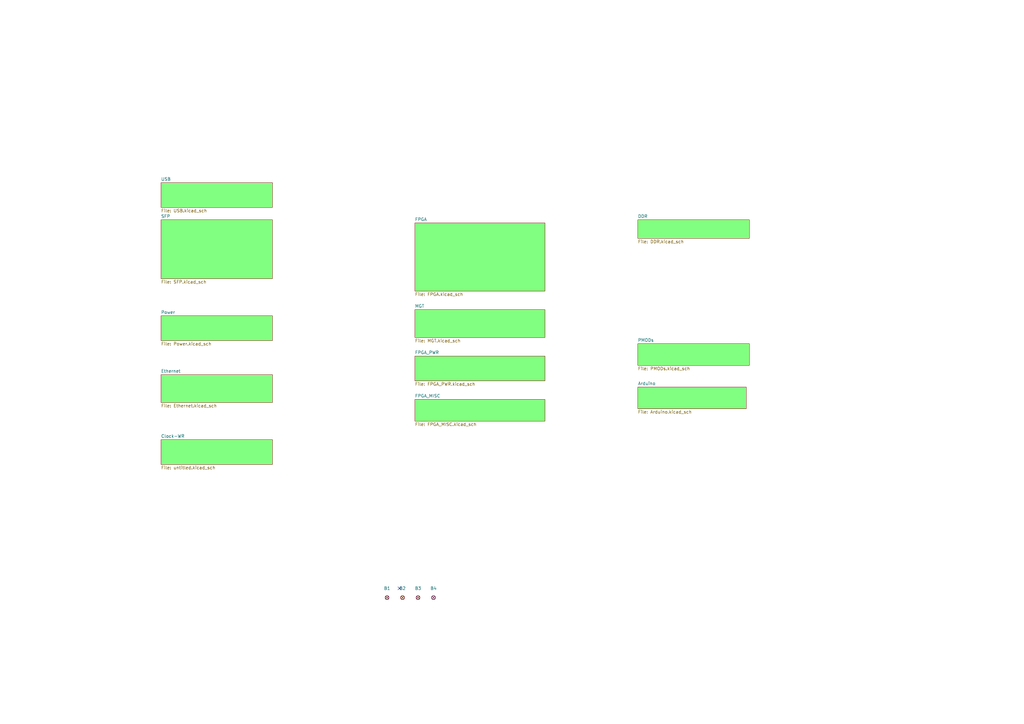
<source format=kicad_sch>
(kicad_sch (version 20250114) (generator "eeschema") (generator_version "9.0")
  (paper "A3")
  (title_block (date "2025-04-18") (rev "${rev}") (company "${name}") (comment 1 "${author}"))
  (lib_symbols
    (symbol "Pads:PLATED_HOLE3.2_PAD5.5" (pin_names (offset 1.27))
      (property "Reference" "B" (at -1.27 0 0))
      (symbol "PLATED_HOLE3.2_PAD5.5_0_1"
        (circle (center 0 0) (radius 0.762) (stroke (width 0.254)) (fill (type background)))
        (pin bidirectional line (at 0 0 180) (length 0) (name "1") (number "1"))
      )
    )
  )
  (no_connect (at 158.75 245.11))
  (no_connect (at 165.1 245.11))
  (no_connect (at 163.83 241.3))
  (no_connect (at 177.8 245.11))
  (no_connect (at 171.45 245.11))
  (symbol (lib_id "Pads:PLATED_HOLE3.2_PAD5.5") (at 177.8 245.11 0) (unit 1)
    (property "Reference" "B4" (at 177.8 241.3 0))
    (property "Value" "PLATED_HOLE3.2_PAD5.5" (effects (hide yes)))
    (property "Footprint" "Pads:MTG320_550" (effects (hide yes)))
    (property "Datasheet" "Undefined" (effects (hide yes)))
    (property "Description" "Plated Through Hole: Hole Dia.=3.2mm Pad Dia.=5.5mm" (effects (hide yes)))
    (property "Family" "Plated Hole" (effects (hide yes)))
    (property "Part Number" "PLATED_HOLE3.2_PAD5.5" (effects (hide yes)))
    (property "Library Ref" "Single Terminal Socket" (effects (hide yes)))
    (property "Library Path" "SchLib\\Pads.SchLib" (effects (hide yes)))
    (property "Comment" " " (effects (hide yes)))
    (property "Component Kind" "Standard (No BOM)" (effects (hide yes)))
    (property "Component Type" "Standard (No BOM)" (effects (hide yes)))
    (property "Pin Count" "1" (effects (hide yes)))
    (property "Case" " " (effects (hide yes)))
    (property "Footprint Path" "PcbLib\\Pads.PcbLib" (effects (hide yes)))
    (property "Footprint Ref" "MTG320_550" (effects (hide yes)))
    (property "Mounted" "No" (effects (hide yes)))
    (property "Socket" "No" (effects (hide yes)))
    (property "SMD" "No" (effects (hide yes)))
    (property "Sense" "No" (effects (hide yes)))
    (property "Sense Comment" " " (effects (hide yes)))
    (property "Status" "None" (effects (hide yes)))
    (property "Status Comment" " " (effects (hide yes)))
    (property "SCEM" " " (effects (hide yes)))
    (property "Part Description" "Plated Through Hole: Hole Dia.=3.2mm Pad Dia.=5.5mm" (effects (hide yes)))
    (property "Manufacturer" " " (effects (hide yes)))
    (property "Manufacturer Part Number" " " (effects (hide yes)))
    (property "ComponentHeight" "0mm" (effects (hide yes)))
    (property "Manufacturer1 Example" " " (effects (hide yes)))
    (property "Manufacturer1 Part Number" " " (effects (hide yes)))
    (property "Manufacturer1 ComponentHeight" " " (effects (hide yes)))
    (property "HelpURL" "Undefined" (effects (hide yes)))
    (property "ComponentLink1URL" " " (effects (hide yes)))
    (property "ComponentLink1Description" " " (effects (hide yes)))
    (property "ComponentLink2URL" " " (effects (hide yes)))
    (property "ComponentLink2Description" " " (effects (hide yes)))
    (property "Author" "CERN DEM JMW" (effects (hide yes)))
    (property "CreateDate" "10/01/12 00:00:00" (effects (hide yes)))
    (property "LatestRevisionDate" "10/01/12 00:00:00" (effects (hide yes)))
    (property "PackageDescription" "Plated Through Hole: Hole Dia.=3.2mm Pad Dia.=5.5mm" (effects (hide yes)))
    (property "Database Table Name" "Eletro-mechanical" (effects (hide yes)))
    (property "Library Name" "Pads" (effects (hide yes)))
    (property "Footprint Library" "Pads" (effects (hide yes)))
    (property "License" "CC-BY-SA 4.0" (effects (hide yes)))
  )
  (symbol (lib_id "Pads:PLATED_HOLE3.2_PAD5.5") (at 158.75 245.11 0) (unit 1)
    (property "Reference" "B1" (at 158.75 241.3 0))
    (property "Value" "PLATED_HOLE3.2_PAD5.5" (effects (hide yes)))
    (property "Footprint" "Pads:MTG320_550" (effects (hide yes)))
    (property "Datasheet" "Undefined" (effects (hide yes)))
    (property "Description" "Plated Through Hole: Hole Dia.=3.2mm Pad Dia.=5.5mm" (effects (hide yes)))
    (property "Family" "Plated Hole" (effects (hide yes)))
    (property "Part Number" "PLATED_HOLE3.2_PAD5.5" (effects (hide yes)))
    (property "Library Ref" "Single Terminal Socket" (effects (hide yes)))
    (property "Library Path" "SchLib\\Pads.SchLib" (effects (hide yes)))
    (property "Comment" " " (effects (hide yes)))
    (property "Component Kind" "Standard (No BOM)" (effects (hide yes)))
    (property "Component Type" "Standard (No BOM)" (effects (hide yes)))
    (property "Pin Count" "1" (effects (hide yes)))
    (property "Case" " " (effects (hide yes)))
    (property "Footprint Path" "PcbLib\\Pads.PcbLib" (effects (hide yes)))
    (property "Footprint Ref" "MTG320_550" (effects (hide yes)))
    (property "Mounted" "No" (effects (hide yes)))
    (property "Socket" "No" (effects (hide yes)))
    (property "SMD" "No" (effects (hide yes)))
    (property "Sense" "No" (effects (hide yes)))
    (property "Sense Comment" " " (effects (hide yes)))
    (property "Status" "None" (effects (hide yes)))
    (property "Status Comment" " " (effects (hide yes)))
    (property "SCEM" " " (effects (hide yes)))
    (property "Part Description" "Plated Through Hole: Hole Dia.=3.2mm Pad Dia.=5.5mm" (effects (hide yes)))
    (property "Manufacturer" " " (effects (hide yes)))
    (property "Manufacturer Part Number" " " (effects (hide yes)))
    (property "ComponentHeight" "0mm" (effects (hide yes)))
    (property "Manufacturer1 Example" " " (effects (hide yes)))
    (property "Manufacturer1 Part Number" " " (effects (hide yes)))
    (property "Manufacturer1 ComponentHeight" " " (effects (hide yes)))
    (property "HelpURL" "Undefined" (effects (hide yes)))
    (property "ComponentLink1URL" " " (effects (hide yes)))
    (property "ComponentLink1Description" " " (effects (hide yes)))
    (property "ComponentLink2URL" " " (effects (hide yes)))
    (property "ComponentLink2Description" " " (effects (hide yes)))
    (property "Author" "CERN DEM JMW" (effects (hide yes)))
    (property "CreateDate" "10/01/12 00:00:00" (effects (hide yes)))
    (property "LatestRevisionDate" "10/01/12 00:00:00" (effects (hide yes)))
    (property "PackageDescription" "Plated Through Hole: Hole Dia.=3.2mm Pad Dia.=5.5mm" (effects (hide yes)))
    (property "Database Table Name" "Eletro-mechanical" (effects (hide yes)))
    (property "Library Name" "Pads" (effects (hide yes)))
    (property "Footprint Library" "Pads" (effects (hide yes)))
    (property "License" "CC-BY-SA 4.0" (effects (hide yes)))
  )
  (symbol (lib_id "Pads:PLATED_HOLE3.2_PAD5.5") (at 165.1 245.11 0) (unit 1)
    (property "Reference" "B2" (at 165.1 241.3 0))
    (property "Value" "PLATED_HOLE3.2_PAD5.5" (effects (hide yes)))
    (property "Footprint" "Pads:MTG320_550" (effects (hide yes)))
    (property "Datasheet" "Undefined" (effects (hide yes)))
    (property "Description" "Plated Through Hole: Hole Dia.=3.2mm Pad Dia.=5.5mm" (effects (hide yes)))
    (property "Family" "Plated Hole" (effects (hide yes)))
    (property "Part Number" "PLATED_HOLE3.2_PAD5.5" (effects (hide yes)))
    (property "Library Ref" "Single Terminal Socket" (effects (hide yes)))
    (property "Library Path" "SchLib\\Pads.SchLib" (effects (hide yes)))
    (property "Comment" " " (effects (hide yes)))
    (property "Component Kind" "Standard (No BOM)" (effects (hide yes)))
    (property "Component Type" "Standard (No BOM)" (effects (hide yes)))
    (property "Pin Count" "1" (effects (hide yes)))
    (property "Case" " " (effects (hide yes)))
    (property "Footprint Path" "PcbLib\\Pads.PcbLib" (effects (hide yes)))
    (property "Footprint Ref" "MTG320_550" (effects (hide yes)))
    (property "Mounted" "No" (effects (hide yes)))
    (property "Socket" "No" (effects (hide yes)))
    (property "SMD" "No" (effects (hide yes)))
    (property "Sense" "No" (effects (hide yes)))
    (property "Sense Comment" " " (effects (hide yes)))
    (property "Status" "None" (effects (hide yes)))
    (property "Status Comment" " " (effects (hide yes)))
    (property "SCEM" " " (effects (hide yes)))
    (property "Part Description" "Plated Through Hole: Hole Dia.=3.2mm Pad Dia.=5.5mm" (effects (hide yes)))
    (property "Manufacturer" " " (effects (hide yes)))
    (property "Manufacturer Part Number" " " (effects (hide yes)))
    (property "ComponentHeight" "0mm" (effects (hide yes)))
    (property "Manufacturer1 Example" " " (effects (hide yes)))
    (property "Manufacturer1 Part Number" " " (effects (hide yes)))
    (property "Manufacturer1 ComponentHeight" " " (effects (hide yes)))
    (property "HelpURL" "Undefined" (effects (hide yes)))
    (property "ComponentLink1URL" " " (effects (hide yes)))
    (property "ComponentLink1Description" " " (effects (hide yes)))
    (property "ComponentLink2URL" " " (effects (hide yes)))
    (property "ComponentLink2Description" " " (effects (hide yes)))
    (property "Author" "CERN DEM JMW" (effects (hide yes)))
    (property "CreateDate" "10/01/12 00:00:00" (effects (hide yes)))
    (property "LatestRevisionDate" "10/01/12 00:00:00" (effects (hide yes)))
    (property "PackageDescription" "Plated Through Hole: Hole Dia.=3.2mm Pad Dia.=5.5mm" (effects (hide yes)))
    (property "Database Table Name" "Eletro-mechanical" (effects (hide yes)))
    (property "Library Name" "Pads" (effects (hide yes)))
    (property "Footprint Library" "Pads" (effects (hide yes)))
    (property "License" "CC-BY-SA 4.0" (effects (hide yes)))
  )
  (symbol (lib_id "Pads:PLATED_HOLE3.2_PAD5.5") (at 171.45 245.11 0) (unit 1)
    (property "Reference" "B3" (at 171.45 241.3 0))
    (property "Value" "PLATED_HOLE3.2_PAD5.5" (effects (hide yes)))
    (property "Footprint" "Pads:MTG320_550" (effects (hide yes)))
    (property "Datasheet" "Undefined" (effects (hide yes)))
    (property "Description" "Plated Through Hole: Hole Dia.=3.2mm Pad Dia.=5.5mm" (effects (hide yes)))
    (property "Family" "Plated Hole" (effects (hide yes)))
    (property "Part Number" "PLATED_HOLE3.2_PAD5.5" (effects (hide yes)))
    (property "Library Ref" "Single Terminal Socket" (effects (hide yes)))
    (property "Library Path" "SchLib\\Pads.SchLib" (effects (hide yes)))
    (property "Comment" " " (effects (hide yes)))
    (property "Component Kind" "Standard (No BOM)" (effects (hide yes)))
    (property "Component Type" "Standard (No BOM)" (effects (hide yes)))
    (property "Pin Count" "1" (effects (hide yes)))
    (property "Case" " " (effects (hide yes)))
    (property "Footprint Path" "PcbLib\\Pads.PcbLib" (effects (hide yes)))
    (property "Footprint Ref" "MTG320_550" (effects (hide yes)))
    (property "Mounted" "No" (effects (hide yes)))
    (property "Socket" "No" (effects (hide yes)))
    (property "SMD" "No" (effects (hide yes)))
    (property "Sense" "No" (effects (hide yes)))
    (property "Sense Comment" " " (effects (hide yes)))
    (property "Status" "None" (effects (hide yes)))
    (property "Status Comment" " " (effects (hide yes)))
    (property "SCEM" " " (effects (hide yes)))
    (property "Part Description" "Plated Through Hole: Hole Dia.=3.2mm Pad Dia.=5.5mm" (effects (hide yes)))
    (property "Manufacturer" " " (effects (hide yes)))
    (property "Manufacturer Part Number" " " (effects (hide yes)))
    (property "ComponentHeight" "0mm" (effects (hide yes)))
    (property "Manufacturer1 Example" " " (effects (hide yes)))
    (property "Manufacturer1 Part Number" " " (effects (hide yes)))
    (property "Manufacturer1 ComponentHeight" " " (effects (hide yes)))
    (property "HelpURL" "Undefined" (effects (hide yes)))
    (property "ComponentLink1URL" " " (effects (hide yes)))
    (property "ComponentLink1Description" " " (effects (hide yes)))
    (property "ComponentLink2URL" " " (effects (hide yes)))
    (property "ComponentLink2Description" " " (effects (hide yes)))
    (property "Author" "CERN DEM JMW" (effects (hide yes)))
    (property "CreateDate" "10/01/12 00:00:00" (effects (hide yes)))
    (property "LatestRevisionDate" "10/01/12 00:00:00" (effects (hide yes)))
    (property "PackageDescription" "Plated Through Hole: Hole Dia.=3.2mm Pad Dia.=5.5mm" (effects (hide yes)))
    (property "Database Table Name" "Eletro-mechanical" (effects (hide yes)))
    (property "Library Name" "Pads" (effects (hide yes)))
    (property "Footprint Library" "Pads" (effects (hide yes)))
    (property "License" "CC-BY-SA 4.0" (effects (hide yes)))
  )
  (sheet (at 261.62 140.97) (size 45.72 8.89) (stroke (width 0.1524) (color 128 0 0 1)) (fill (color 128 255 128 1.0000))
    (property "Sheetname" "PMODs" (at 261.62 140.2584 0) (effects (justify left bottom)))
    (property "Sheetfile" "PMODs.kicad_sch" (at 261.62 150.4446 0) (effects (justify left top)))
  )
  (sheet (at 66.04 129.54) (size 45.72 10.16) (stroke (width 0.1524) (color 128 0 0 1)) (fill (color 128 255 128 1.0000))
    (property "Sheetname" "Power" (at 66.04 128.8284 0) (effects (justify left bottom)))
    (property "Sheetfile" "Power.kicad_sch" (at 66.04 140.2846 0) (effects (justify left top)))
  )
  (sheet (at 170.18 91.44) (size 53.34 27.94) (stroke (width 0.1524) (color 128 0 0 1)) (fill (color 128 255 128 1.0000))
    (property "Sheetname" "FPGA" (at 170.18 90.7284 0) (effects (justify left bottom)))
    (property "Sheetfile" "FPGA.kicad_sch" (at 170.18 119.9646 0) (effects (justify left top)))
  )
  (sheet (at 261.62 158.75) (size 44.45 8.89) (stroke (width 0.1524) (color 128 0 0 1)) (fill (color 128 255 128 1.0000))
    (property "Sheetname" "Arduino" (at 261.62 158.0384 0) (effects (justify left bottom)))
    (property "Sheetfile" "Arduino.kicad_sch" (at 261.62 168.2246 0) (effects (justify left top)))
  )
  (sheet (at 261.62 90.17) (size 45.72 7.62) (stroke (width 0.1524) (color 128 0 0 1)) (fill (color 128 255 128 1.0000))
    (property "Sheetname" "DDR" (at 261.62 89.4584 0) (effects (justify left bottom)))
    (property "Sheetfile" "DDR.kicad_sch" (at 261.62 98.3746 0) (effects (justify left top)))
  )
  (sheet (at 66.04 153.67) (size 45.72 11.43) (stroke (width 0.1524) (color 128 0 0 1)) (fill (color 128 255 128 1.0000))
    (property "Sheetname" "Ethernet" (at 66.04 152.9584 0) (effects (justify left bottom)))
    (property "Sheetfile" "Ethernet.kicad_sch" (at 66.04 165.6846 0) (effects (justify left top)))
  )
  (sheet (at 170.18 127) (size 53.34 11.43) (stroke (width 0.1524) (color 128 0 0 1)) (fill (color 128 255 128 1.0000))
    (property "Sheetname" "MGT" (at 170.18 126.2884 0) (effects (justify left bottom)))
    (property "Sheetfile" "MGT.kicad_sch" (at 170.18 139.0146 0) (effects (justify left top)))
  )
  (sheet (at 66.04 180.34) (size 45.72 10.16) (stroke (width 0.1524) (color 128 0 0 1)) (fill (color 128 255 128 1.0000))
    (property "Sheetname" "Clock-WR" (at 66.04 179.6284 0) (effects (justify left bottom)))
    (property "Sheetfile" "untitled.kicad_sch" (at 66.04 191.0846 0) (effects (justify left top)))
  )
  (sheet (at 66.04 74.93) (size 45.72 10.16) (stroke (width 0.1524) (color 128 0 0 1)) (fill (color 128 255 128 1.0000))
    (property "Sheetname" "USB" (at 66.04 74.2184 0) (effects (justify left bottom)))
    (property "Sheetfile" "USB.kicad_sch" (at 66.04 85.6746 0) (effects (justify left top)))
  )
  (sheet (at 170.18 163.83) (size 53.34 8.89) (stroke (width 0.1524) (color 128 0 0 1)) (fill (color 128 255 128 1.0000))
    (property "Sheetname" "FPGA_MISC" (at 170.18 163.1184 0) (effects (justify left bottom)))
    (property "Sheetfile" "FPGA_MISC.kicad_sch" (at 170.18 173.3046 0) (effects (justify left top)))
  )
  (sheet (at 66.04 90.17) (size 45.72 24.13) (stroke (width 0.1524) (color 128 0 0 1)) (fill (color 128 255 128 1.0000))
    (property "Sheetname" "SFP" (at 66.04 89.4584 0) (effects (justify left bottom)))
    (property "Sheetfile" "SFP.kicad_sch" (at 66.04 114.8846 0) (effects (justify left top)))
  )
  (sheet (at 170.18 146.05) (size 53.34 10.16) (stroke (width 0.1524) (color 128 0 0 1)) (fill (color 128 255 128 1.0000))
    (property "Sheetname" "FPGA_PWR" (at 170.18 145.3384 0) (effects (justify left bottom)))
    (property "Sheetfile" "FPGA_PWR.kicad_sch" (at 170.18 156.7946 0) (effects (justify left top)))
  )
)
</source>
